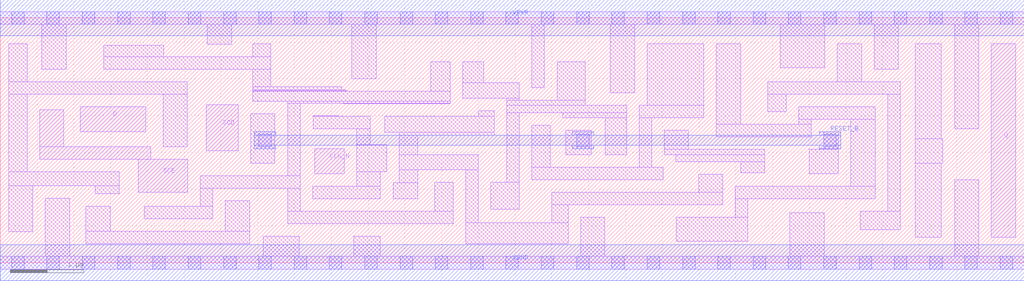
<source format=lef>
# Copyright 2020 The SkyWater PDK Authors
#
# Licensed under the Apache License, Version 2.0 (the "License");
# you may not use this file except in compliance with the License.
# You may obtain a copy of the License at
#
#     https://www.apache.org/licenses/LICENSE-2.0
#
# Unless required by applicable law or agreed to in writing, software
# distributed under the License is distributed on an "AS IS" BASIS,
# WITHOUT WARRANTIES OR CONDITIONS OF ANY KIND, either express or implied.
# See the License for the specific language governing permissions and
# limitations under the License.
#
# SPDX-License-Identifier: Apache-2.0

VERSION 5.7 ;
  NAMESCASESENSITIVE ON ;
  NOWIREEXTENSIONATPIN ON ;
  DIVIDERCHAR "/" ;
  BUSBITCHARS "[]" ;
UNITS
  DATABASE MICRONS 200 ;
END UNITS
MACRO sky130_fd_sc_ls__sdfrtn_1
  CLASS CORE ;
  SOURCE USER ;
  FOREIGN sky130_fd_sc_ls__sdfrtn_1 ;
  ORIGIN  0.000000  0.000000 ;
  SIZE  13.92000 BY  3.330000 ;
  SYMMETRY X Y R90 ;
  SITE unit ;
  PIN D
    ANTENNAGATEAREA  0.159000 ;
    DIRECTION INPUT ;
    USE SIGNAL ;
    PORT
      LAYER li1 ;
        RECT 1.085000 1.780000 1.980000 2.120000 ;
    END
  END D
  PIN Q
    ANTENNADIFFAREA  0.546900 ;
    DIRECTION OUTPUT ;
    USE SIGNAL ;
    PORT
      LAYER li1 ;
        RECT 13.475000 0.350000 13.805000 2.980000 ;
    END
  END Q
  PIN RESET_B
    ANTENNAGATEAREA  0.411000 ;
    DIRECTION INPUT ;
    USE SIGNAL ;
    PORT
      LAYER met1 ;
        RECT  3.455000 1.550000  3.745000 1.595000 ;
        RECT  3.455000 1.595000 11.425000 1.735000 ;
        RECT  3.455000 1.735000  3.745000 1.780000 ;
        RECT  7.775000 1.550000  8.065000 1.595000 ;
        RECT  7.775000 1.735000  8.065000 1.780000 ;
        RECT 11.135000 1.550000 11.425000 1.595000 ;
        RECT 11.135000 1.735000 11.425000 1.780000 ;
    END
  END RESET_B
  PIN SCD
    ANTENNAGATEAREA  0.159000 ;
    DIRECTION INPUT ;
    USE SIGNAL ;
    PORT
      LAYER li1 ;
        RECT 2.800000 1.525000 3.235000 2.150000 ;
    END
  END SCD
  PIN SCE
    ANTENNAGATEAREA  0.318000 ;
    DIRECTION INPUT ;
    USE SIGNAL ;
    PORT
      LAYER li1 ;
        RECT 0.535000 1.410000 2.045000 1.580000 ;
        RECT 0.535000 1.580000 0.865000 2.080000 ;
        RECT 1.875000 0.955000 2.550000 1.410000 ;
    END
  END SCE
  PIN CLK_N
    ANTENNAGATEAREA  0.261000 ;
    DIRECTION INPUT ;
    USE CLOCK ;
    PORT
      LAYER li1 ;
        RECT 4.275000 1.210000 4.675000 1.550000 ;
    END
  END CLK_N
  PIN VGND
    DIRECTION INOUT ;
    SHAPE ABUTMENT ;
    USE GROUND ;
    PORT
      LAYER met1 ;
        RECT 0.000000 -0.245000 13.920000 0.245000 ;
    END
  END VGND
  PIN VPWR
    DIRECTION INOUT ;
    SHAPE ABUTMENT ;
    USE POWER ;
    PORT
      LAYER met1 ;
        RECT 0.000000 3.085000 13.920000 3.575000 ;
    END
  END VPWR
  OBS
    LAYER li1 ;
      RECT  0.000000 -0.085000 13.920000 0.085000 ;
      RECT  0.000000  3.245000 13.920000 3.415000 ;
      RECT  0.115000  0.420000  0.445000 1.050000 ;
      RECT  0.115000  1.050000  1.620000 1.240000 ;
      RECT  0.115000  1.240000  0.365000 2.290000 ;
      RECT  0.115000  2.290000  2.545000 2.460000 ;
      RECT  0.115000  2.460000  0.365000 2.980000 ;
      RECT  0.565000  2.630000  0.895000 3.245000 ;
      RECT  0.615000  0.085000  0.945000 0.880000 ;
      RECT  1.165000  0.255000  3.390000 0.425000 ;
      RECT  1.165000  0.425000  1.495000 0.765000 ;
      RECT  1.290000  0.935000  1.620000 1.050000 ;
      RECT  1.405000  2.630000  3.680000 2.800000 ;
      RECT  1.405000  2.800000  2.220000 2.960000 ;
      RECT  1.955000  0.595000  2.890000 0.765000 ;
      RECT  2.215000  1.580000  2.545000 2.290000 ;
      RECT  2.720000  0.765000  2.890000 1.015000 ;
      RECT  2.720000  1.015000  4.075000 1.185000 ;
      RECT  2.815000  2.970000  3.145000 3.245000 ;
      RECT  3.060000  0.425000  3.390000 0.845000 ;
      RECT  3.405000  1.355000  3.735000 2.025000 ;
      RECT  3.430000  2.195000  6.115000 2.330000 ;
      RECT  3.430000  2.330000  4.720000 2.340000 ;
      RECT  3.430000  2.340000  4.700000 2.350000 ;
      RECT  3.430000  2.350000  4.645000 2.395000 ;
      RECT  3.430000  2.395000  3.680000 2.630000 ;
      RECT  3.430000  2.800000  3.680000 2.980000 ;
      RECT  3.575000  0.085000  4.065000 0.360000 ;
      RECT  3.905000  0.530000  6.155000 0.700000 ;
      RECT  3.905000  0.700000  4.075000 1.015000 ;
      RECT  3.905000  1.185000  4.075000 2.170000 ;
      RECT  3.905000  2.170000  6.115000 2.195000 ;
      RECT  4.245000  0.870000  5.165000 1.040000 ;
      RECT  4.255000  1.820000  5.030000 1.990000 ;
      RECT  4.255000  1.990000  4.600000 2.000000 ;
      RECT  4.660000  2.160000  6.115000 2.170000 ;
      RECT  4.780000  2.500000  5.110000 3.245000 ;
      RECT  4.805000  0.085000  5.165000 0.360000 ;
      RECT  4.845000  1.040000  5.165000 1.235000 ;
      RECT  4.845000  1.235000  5.255000 1.605000 ;
      RECT  4.845000  1.605000  5.030000 1.820000 ;
      RECT  5.230000  1.775000  6.715000 1.990000 ;
      RECT  5.345000  0.870000  5.675000 1.085000 ;
      RECT  5.425000  1.085000  5.675000 1.265000 ;
      RECT  5.425000  1.265000  6.495000 1.465000 ;
      RECT  5.425000  1.465000  5.675000 1.735000 ;
      RECT  5.425000  1.735000  6.715000 1.775000 ;
      RECT  5.855000  2.330000  6.115000 2.735000 ;
      RECT  5.905000  0.700000  6.155000 1.095000 ;
      RECT  6.285000  2.235000  7.055000 2.445000 ;
      RECT  6.285000  2.445000  6.570000 2.735000 ;
      RECT  6.325000  0.255000  7.720000 0.545000 ;
      RECT  6.325000  0.545000  6.495000 1.265000 ;
      RECT  6.495000  1.990000  6.715000 2.065000 ;
      RECT  6.665000  0.725000  7.055000 1.095000 ;
      RECT  6.885000  1.095000  7.055000 2.040000 ;
      RECT  6.885000  2.040000  8.520000 2.140000 ;
      RECT  6.885000  2.140000  7.950000 2.210000 ;
      RECT  6.885000  2.210000  7.055000 2.235000 ;
      RECT  7.225000  1.130000  9.010000 1.300000 ;
      RECT  7.225000  1.300000  7.475000 1.870000 ;
      RECT  7.225000  2.380000  7.395000 3.245000 ;
      RECT  7.495000  0.545000  7.720000 0.790000 ;
      RECT  7.495000  0.790000  9.825000 0.960000 ;
      RECT  7.575000  2.210000  7.950000 2.735000 ;
      RECT  7.645000  1.970000  8.520000 2.040000 ;
      RECT  7.685000  1.470000  8.035000 1.800000 ;
      RECT  7.890000  0.085000  8.220000 0.620000 ;
      RECT  8.225000  1.470000  8.520000 1.970000 ;
      RECT  8.295000  2.310000  8.625000 3.245000 ;
      RECT  8.690000  1.300000  8.860000 1.970000 ;
      RECT  8.690000  1.970000  9.565000 2.140000 ;
      RECT  8.795000  2.140000  9.565000 2.980000 ;
      RECT  9.030000  1.470000 10.395000 1.540000 ;
      RECT  9.030000  1.540000  9.350000 1.800000 ;
      RECT  9.180000  1.370000 10.395000 1.470000 ;
      RECT  9.190000  0.290000 10.165000 0.620000 ;
      RECT  9.495000  0.960000  9.825000 1.200000 ;
      RECT  9.735000  1.710000 11.025000 1.880000 ;
      RECT  9.735000  1.880000 10.065000 2.980000 ;
      RECT  9.995000  0.620000 10.165000 0.870000 ;
      RECT  9.995000  0.870000 11.895000 1.040000 ;
      RECT 10.065000  1.225000 10.395000 1.370000 ;
      RECT 10.435000  2.050000 10.685000 2.290000 ;
      RECT 10.435000  2.290000 12.235000 2.460000 ;
      RECT 10.605000  2.650000 11.210000 3.245000 ;
      RECT 10.730000  0.085000 11.200000 0.680000 ;
      RECT 10.855000  1.880000 11.025000 1.950000 ;
      RECT 10.855000  1.950000 11.895000 2.120000 ;
      RECT 10.995000  1.210000 11.395000 1.540000 ;
      RECT 11.195000  1.540000 11.395000 1.780000 ;
      RECT 11.380000  2.460000 11.710000 2.980000 ;
      RECT 11.565000  1.040000 11.895000 1.950000 ;
      RECT 11.690000  0.450000 12.235000 0.700000 ;
      RECT 11.880000  2.630000 12.210000 3.245000 ;
      RECT 12.065000  0.700000 12.235000 2.290000 ;
      RECT 12.440000  0.350000 12.795000 1.355000 ;
      RECT 12.440000  1.355000 12.810000 1.685000 ;
      RECT 12.440000  1.685000 12.795000 2.980000 ;
      RECT 12.975000  0.085000 13.305000 1.130000 ;
      RECT 12.975000  1.820000 13.305000 3.245000 ;
    LAYER mcon ;
      RECT  0.155000 -0.085000  0.325000 0.085000 ;
      RECT  0.155000  3.245000  0.325000 3.415000 ;
      RECT  0.635000 -0.085000  0.805000 0.085000 ;
      RECT  0.635000  3.245000  0.805000 3.415000 ;
      RECT  1.115000 -0.085000  1.285000 0.085000 ;
      RECT  1.115000  3.245000  1.285000 3.415000 ;
      RECT  1.595000 -0.085000  1.765000 0.085000 ;
      RECT  1.595000  3.245000  1.765000 3.415000 ;
      RECT  2.075000 -0.085000  2.245000 0.085000 ;
      RECT  2.075000  3.245000  2.245000 3.415000 ;
      RECT  2.555000 -0.085000  2.725000 0.085000 ;
      RECT  2.555000  3.245000  2.725000 3.415000 ;
      RECT  3.035000 -0.085000  3.205000 0.085000 ;
      RECT  3.035000  3.245000  3.205000 3.415000 ;
      RECT  3.515000 -0.085000  3.685000 0.085000 ;
      RECT  3.515000  1.580000  3.685000 1.750000 ;
      RECT  3.515000  3.245000  3.685000 3.415000 ;
      RECT  3.995000 -0.085000  4.165000 0.085000 ;
      RECT  3.995000  3.245000  4.165000 3.415000 ;
      RECT  4.475000 -0.085000  4.645000 0.085000 ;
      RECT  4.475000  3.245000  4.645000 3.415000 ;
      RECT  4.955000 -0.085000  5.125000 0.085000 ;
      RECT  4.955000  3.245000  5.125000 3.415000 ;
      RECT  5.435000 -0.085000  5.605000 0.085000 ;
      RECT  5.435000  3.245000  5.605000 3.415000 ;
      RECT  5.915000 -0.085000  6.085000 0.085000 ;
      RECT  5.915000  3.245000  6.085000 3.415000 ;
      RECT  6.395000 -0.085000  6.565000 0.085000 ;
      RECT  6.395000  3.245000  6.565000 3.415000 ;
      RECT  6.875000 -0.085000  7.045000 0.085000 ;
      RECT  6.875000  3.245000  7.045000 3.415000 ;
      RECT  7.355000 -0.085000  7.525000 0.085000 ;
      RECT  7.355000  3.245000  7.525000 3.415000 ;
      RECT  7.835000 -0.085000  8.005000 0.085000 ;
      RECT  7.835000  1.580000  8.005000 1.750000 ;
      RECT  7.835000  3.245000  8.005000 3.415000 ;
      RECT  8.315000 -0.085000  8.485000 0.085000 ;
      RECT  8.315000  3.245000  8.485000 3.415000 ;
      RECT  8.795000 -0.085000  8.965000 0.085000 ;
      RECT  8.795000  3.245000  8.965000 3.415000 ;
      RECT  9.275000 -0.085000  9.445000 0.085000 ;
      RECT  9.275000  3.245000  9.445000 3.415000 ;
      RECT  9.755000 -0.085000  9.925000 0.085000 ;
      RECT  9.755000  3.245000  9.925000 3.415000 ;
      RECT 10.235000 -0.085000 10.405000 0.085000 ;
      RECT 10.235000  3.245000 10.405000 3.415000 ;
      RECT 10.715000 -0.085000 10.885000 0.085000 ;
      RECT 10.715000  3.245000 10.885000 3.415000 ;
      RECT 11.195000 -0.085000 11.365000 0.085000 ;
      RECT 11.195000  1.580000 11.365000 1.750000 ;
      RECT 11.195000  3.245000 11.365000 3.415000 ;
      RECT 11.675000 -0.085000 11.845000 0.085000 ;
      RECT 11.675000  3.245000 11.845000 3.415000 ;
      RECT 12.155000 -0.085000 12.325000 0.085000 ;
      RECT 12.155000  3.245000 12.325000 3.415000 ;
      RECT 12.635000 -0.085000 12.805000 0.085000 ;
      RECT 12.635000  3.245000 12.805000 3.415000 ;
      RECT 13.115000 -0.085000 13.285000 0.085000 ;
      RECT 13.115000  3.245000 13.285000 3.415000 ;
      RECT 13.595000 -0.085000 13.765000 0.085000 ;
      RECT 13.595000  3.245000 13.765000 3.415000 ;
  END
END sky130_fd_sc_ls__sdfrtn_1
END LIBRARY

</source>
